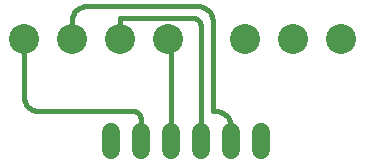
<source format=gbl>
G75*
%MOIN*%
%OFA0B0*%
%FSLAX24Y24*%
%IPPOS*%
%LPD*%
%AMOC8*
5,1,8,0,0,1.08239X$1,22.5*
%
%ADD10C,0.1000*%
%ADD11C,0.0600*%
%ADD12C,0.0160*%
D10*
X003180Y004310D03*
X004780Y004310D03*
X006380Y004310D03*
X007980Y004310D03*
X010564Y004310D03*
X012164Y004310D03*
X013764Y004310D03*
D11*
X011080Y001210D02*
X011080Y000610D01*
X010080Y000610D02*
X010080Y001210D01*
X009080Y001210D02*
X009080Y000610D01*
X008080Y000610D02*
X008080Y001210D01*
X007080Y001210D02*
X007080Y000610D01*
X006080Y000610D02*
X006080Y001210D01*
D12*
X006830Y001910D02*
X003680Y001910D01*
X003636Y001912D01*
X003593Y001918D01*
X003551Y001927D01*
X003509Y001940D01*
X003469Y001957D01*
X003430Y001977D01*
X003393Y002000D01*
X003359Y002027D01*
X003326Y002056D01*
X003297Y002089D01*
X003270Y002123D01*
X003247Y002160D01*
X003227Y002199D01*
X003210Y002239D01*
X003197Y002281D01*
X003188Y002323D01*
X003182Y002366D01*
X003180Y002410D01*
X003180Y004310D01*
X004780Y004310D02*
X004780Y004910D01*
X004782Y004954D01*
X004788Y004997D01*
X004797Y005039D01*
X004810Y005081D01*
X004827Y005121D01*
X004847Y005160D01*
X004870Y005197D01*
X004897Y005231D01*
X004926Y005264D01*
X004959Y005293D01*
X004993Y005320D01*
X005030Y005343D01*
X005069Y005363D01*
X005109Y005380D01*
X005151Y005393D01*
X005193Y005402D01*
X005236Y005408D01*
X005280Y005410D01*
X008980Y005410D01*
X008830Y005010D02*
X006380Y005010D01*
X006380Y004310D01*
X007980Y004310D02*
X008080Y004310D01*
X008080Y000910D01*
X007080Y000910D02*
X007080Y001660D01*
X007078Y001690D01*
X007073Y001720D01*
X007064Y001749D01*
X007051Y001776D01*
X007036Y001802D01*
X007017Y001826D01*
X006996Y001847D01*
X006972Y001866D01*
X006946Y001881D01*
X006919Y001894D01*
X006890Y001903D01*
X006860Y001908D01*
X006830Y001910D01*
X009080Y000910D02*
X009080Y004760D01*
X009480Y004910D02*
X009478Y004954D01*
X009472Y004997D01*
X009463Y005039D01*
X009450Y005081D01*
X009433Y005121D01*
X009413Y005160D01*
X009390Y005197D01*
X009363Y005231D01*
X009334Y005264D01*
X009301Y005293D01*
X009267Y005320D01*
X009230Y005343D01*
X009191Y005363D01*
X009151Y005380D01*
X009109Y005393D01*
X009067Y005402D01*
X009024Y005408D01*
X008980Y005410D01*
X009480Y004910D02*
X009480Y001910D01*
X009580Y001910D01*
X009624Y001908D01*
X009667Y001902D01*
X009709Y001893D01*
X009751Y001880D01*
X009791Y001863D01*
X009830Y001843D01*
X009867Y001820D01*
X009901Y001793D01*
X009934Y001764D01*
X009963Y001731D01*
X009990Y001697D01*
X010013Y001660D01*
X010033Y001621D01*
X010050Y001581D01*
X010063Y001539D01*
X010072Y001497D01*
X010078Y001454D01*
X010080Y001410D01*
X010080Y000910D01*
X009080Y004760D02*
X009078Y004790D01*
X009073Y004820D01*
X009064Y004849D01*
X009051Y004876D01*
X009036Y004902D01*
X009017Y004926D01*
X008996Y004947D01*
X008972Y004966D01*
X008946Y004981D01*
X008919Y004994D01*
X008890Y005003D01*
X008860Y005008D01*
X008830Y005010D01*
M02*

</source>
